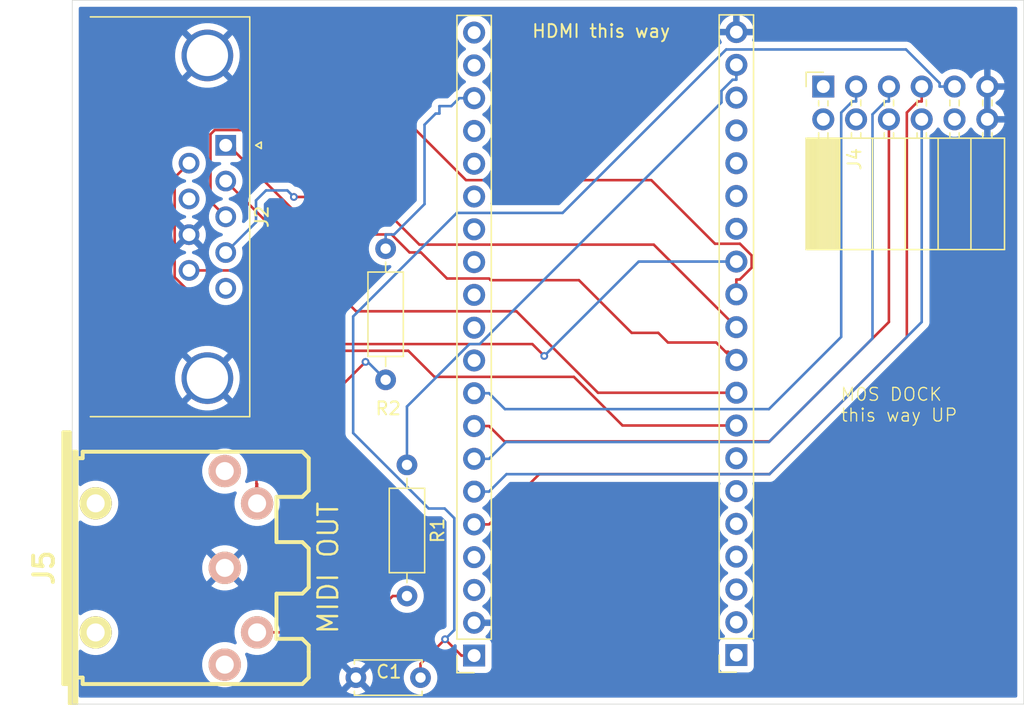
<source format=kicad_pcb>
(kicad_pcb (version 20241229) (generator "pcbnew") (generator_version "9.0")
  (layers (0 "F.Cu" signal) (2 "B.Cu" signal) (13 "F.Paste" user) (15 "B.Paste" user) (5 "F.SilkS" user "F.Silkscreen") (7 "B.SilkS" user "B.Silkscreen") (1 "F.Mask" user) (3 "B.Mask" user) (25 "Edge.Cuts" user))
  (net 0 "")
  (net 11 "+3V3")
  (net 28 "GND")
  (net 30 "Net-(J5-Pad4)")
  (net 32 "down")
  (net 33 "up")
  (net 34 "right")
  (net 35 "left")
  (net 36 "btn1")
  (net 37 "btn0")
  (net 38 "miso")
  (net 39 "mosi")
  (net 40 "csn")
  (net 41 "sck")
  (net 42 "irq")
  (net 43 "midi-out")
  (net 45 "+5V")
  (net 46 "Net-(J5-Pad5)")
  (footprint "Connector_PinSocket_2.54mm:PinSocket_1x20_P2.54mm_Vertical" (layer "F.Cu") (at 122.55 81.24 180)
    (property "Reference" "J3" (hide yes))
    (property "Value" "Conn_01x20_Socket" (hide yes))
    (fp_line (start 1.33 1.27) (end 1.33 49.59) (stroke (width 0.12)) (layer "F.SilkS"))
    (fp_line (start 1.33 -1.33) (end 1.33 0) (stroke (width 0.12)) (layer "F.SilkS"))
    (fp_line (start 0 -1.33) (end 1.33 -1.33) (stroke (width 0.12)) (layer "F.SilkS"))
    (fp_line (start -1.33 49.59) (end 1.33 49.59) (stroke (width 0.12)) (layer "F.SilkS"))
    (fp_line (start -1.33 1.27) (end 1.33 1.27) (stroke (width 0.12)) (layer "F.SilkS"))
    (fp_line (start -1.33 1.27) (end -1.33 49.59) (stroke (width 0.12)) (layer "F.SilkS"))
    (pad "1" thru_hole rect (at 0 0 180) (size 1.7 1.7) (drill 1) (layers "*.Cu" "*.Mask") (net 45 "+5V"))
    (pad "2" thru_hole oval (at 0 2.54 180) (size 1.7 1.7) (drill 1) (layers "*.Cu" "*.Mask") (net 28 "GND"))
    (pad "3" thru_hole oval (at 0 5.08 180) (size 1.7 1.7) (drill 1) (layers "*.Cu" "*.Mask"))
    (pad "4" thru_hole oval (at 0 7.62 180) (size 1.7 1.7) (drill 1) (layers "*.Cu" "*.Mask"))
    (pad "5" thru_hole oval (at 0 10.16 180) (size 1.7 1.7) (drill 1) (layers "*.Cu" "*.Mask") (net 38 "miso"))
    (pad "6" thru_hole oval (at 0 12.7 180) (size 1.7 1.7) (drill 1) (layers "*.Cu" "*.Mask") (net 39 "mosi"))
    (pad "7" thru_hole oval (at 0 15.24 180) (size 1.7 1.7) (drill 1) (layers "*.Cu" "*.Mask") (net 40 "csn"))
    (pad "8" thru_hole oval (at 0 17.78 180) (size 1.7 1.7) (drill 1) (layers "*.Cu" "*.Mask") (net 41 "sck"))
    (pad "9" thru_hole oval (at 0 20.32 180) (size 1.7 1.7) (drill 1) (layers "*.Cu" "*.Mask") (net 42 "irq"))
    (pad "10" thru_hole oval (at 0 22.86 180) (size 1.7 1.7) (drill 1) (layers "*.Cu" "*.Mask"))
    (pad "11" thru_hole oval (at 0 25.4 180) (size 1.7 1.7) (drill 1) (layers "*.Cu" "*.Mask"))
    (pad "12" thru_hole oval (at 0 27.94 180) (size 1.7 1.7) (drill 1) (layers "*.Cu" "*.Mask"))
    (pad "13" thru_hole oval (at 0 30.48 180) (size 1.7 1.7) (drill 1) (layers "*.Cu" "*.Mask"))
    (pad "14" thru_hole oval (at 0 33.02 180) (size 1.7 1.7) (drill 1) (layers "*.Cu" "*.Mask"))
    (pad "15" thru_hole oval (at 0 35.56 180) (size 1.7 1.7) (drill 1) (layers "*.Cu" "*.Mask"))
    (pad "16" thru_hole oval (at 0 38.1 180) (size 1.7 1.7) (drill 1) (layers "*.Cu" "*.Mask"))
    (pad "17" thru_hole oval (at 0 40.64 180) (size 1.7 1.7) (drill 1) (layers "*.Cu" "*.Mask"))
    (pad "18" thru_hole oval (at 0 43.18 180) (size 1.7 1.7) (drill 1) (layers "*.Cu" "*.Mask") (net 43 "midi-out"))
    (pad "19" thru_hole oval (at 0 45.72 180) (size 1.7 1.7) (drill 1) (layers "*.Cu" "*.Mask"))
    (pad "20" thru_hole oval (at 0 48.26 180) (size 1.7 1.7) (drill 1) (layers "*.Cu" "*.Mask"))
  )
  (footprint "Connector_PinSocket_2.54mm:PinSocket_1x20_P2.54mm_Vertical" (layer "F.Cu") (at 142.85 81.2 180)
    (property "Reference" "J1" (hide yes))
    (property "Value" "Conn_01x20_Socket" (hide yes))
    (fp_line (start 1.33 1.27) (end 1.33 49.59) (stroke (width 0.12)) (layer "F.SilkS"))
    (fp_line (start 1.33 -1.33) (end 1.33 0) (stroke (width 0.12)) (layer "F.SilkS"))
    (fp_line (start 0 -1.33) (end 1.33 -1.33) (stroke (width 0.12)) (layer "F.SilkS"))
    (fp_line (start -1.33 49.59) (end 1.33 49.59) (stroke (width 0.12)) (layer "F.SilkS"))
    (fp_line (start -1.33 1.27) (end 1.33 1.27) (stroke (width 0.12)) (layer "F.SilkS"))
    (fp_line (start -1.33 1.27) (end -1.33 49.59) (stroke (width 0.12)) (layer "F.SilkS"))
    (pad "1" thru_hole rect (at 0 0 180) (size 1.7 1.7) (drill 1) (layers "*.Cu" "*.Mask"))
    (pad "2" thru_hole oval (at 0 2.54 180) (size 1.7 1.7) (drill 1) (layers "*.Cu" "*.Mask"))
    (pad "3" thru_hole oval (at 0 5.08 180) (size 1.7 1.7) (drill 1) (layers "*.Cu" "*.Mask"))
    (pad "4" thru_hole oval (at 0 7.62 180) (size 1.7 1.7) (drill 1) (layers "*.Cu" "*.Mask"))
    (pad "5" thru_hole oval (at 0 10.16 180) (size 1.7 1.7) (drill 1) (layers "*.Cu" "*.Mask"))
    (pad "6" thru_hole oval (at 0 12.7 180) (size 1.7 1.7) (drill 1) (layers "*.Cu" "*.Mask"))
    (pad "7" thru_hole oval (at 0 15.24 180) (size 1.7 1.7) (drill 1) (layers "*.Cu" "*.Mask"))
    (pad "8" thru_hole oval (at 0 17.78 180) (size 1.7 1.7) (drill 1) (layers "*.Cu" "*.Mask") (net 37 "btn0"))
    (pad "9" thru_hole oval (at 0 20.32 180) (size 1.7 1.7) (drill 1) (layers "*.Cu" "*.Mask") (net 32 "down"))
    (pad "10" thru_hole oval (at 0 22.86 180) (size 1.7 1.7) (drill 1) (layers "*.Cu" "*.Mask") (net 33 "up"))
    (pad "11" thru_hole oval (at 0 25.4 180) (size 1.7 1.7) (drill 1) (layers "*.Cu" "*.Mask") (net 34 "right"))
    (pad "12" thru_hole oval (at 0 27.94 180) (size 1.7 1.7) (drill 1) (layers "*.Cu" "*.Mask") (net 35 "left"))
    (pad "13" thru_hole oval (at 0 30.48 180) (size 1.7 1.7) (drill 1) (layers "*.Cu" "*.Mask") (net 36 "btn1"))
    (pad "14" thru_hole oval (at 0 33.02 180) (size 1.7 1.7) (drill 1) (layers "*.Cu" "*.Mask"))
    (pad "15" thru_hole oval (at 0 35.56 180) (size 1.7 1.7) (drill 1) (layers "*.Cu" "*.Mask"))
    (pad "16" thru_hole oval (at 0 38.1 180) (size 1.7 1.7) (drill 1) (layers "*.Cu" "*.Mask"))
    (pad "17" thru_hole oval (at 0 40.64 180) (size 1.7 1.7) (drill 1) (layers "*.Cu" "*.Mask"))
    (pad "18" thru_hole oval (at 0 43.18 180) (size 1.7 1.7) (drill 1) (layers "*.Cu" "*.Mask"))
    (pad "19" thru_hole oval (at 0 45.72 180) (size 1.7 1.7) (drill 1) (layers "*.Cu" "*.Mask") (net 11 "+3V3"))
    (pad "20" thru_hole oval (at 0 48.26 180) (size 1.7 1.7) (drill 1) (layers "*.Cu" "*.Mask") (net 28 "GND"))
  )
  (footprint "Connector_Dsub:DSUB-9_Male_Horizontal_P2.77x2.84mm_EdgePinOffset7.70mm_Housed_MountingHolesOffset9.12mm" (layer "F.Cu") (at 103.32 41.71 -90)
    (property "Reference" "J2" (at 5.54 -2.8 90) (layer "F.SilkS"))
    (property "Value" "Joy")
    (fp_line (start -9.945 10.48) (end -9.945 -1.86) (stroke (width 0.12)) (layer "F.SilkS"))
    (fp_line (start -9.945 -1.86) (end 21.025 -1.86) (stroke (width 0.12)) (layer "F.SilkS"))
    (fp_line (start 21.025 -1.86) (end 21.025 10.48) (stroke (width 0.12)) (layer "F.SilkS"))
    (fp_line (start 0 -2.321325) (end -0.25 -2.754338) (stroke (width 0.12)) (layer "F.SilkS"))
    (fp_line (start -0.25 -2.754338) (end 0.25 -2.754338) (stroke (width 0.12)) (layer "F.SilkS"))
    (fp_line (start 0.25 -2.754338) (end 0 -2.321325) (stroke (width 0.12)) (layer "F.SilkS"))
    (pad "0" thru_hole circle (at -6.96 1.42 270) (size 4 4) (drill 3.2) (layers "*.Cu" "*.Mask") (net 28 "GND"))
    (pad "0" thru_hole circle (at 18.04 1.42 270) (size 4 4) (drill 3.2) (layers "*.Cu" "*.Mask") (net 28 "GND"))
    (pad "1" thru_hole rect (at 0 0 270) (size 1.6 1.6) (drill 1) (layers "*.Cu" "*.Mask") (net 33 "up"))
    (pad "2" thru_hole circle (at 2.77 0 270) (size 1.6 1.6) (drill 1) (layers "*.Cu" "*.Mask") (net 32 "down"))
    (pad "3" thru_hole circle (at 5.54 0 270) (size 1.6 1.6) (drill 1) (layers "*.Cu" "*.Mask") (net 35 "left"))
    (pad "4" thru_hole circle (at 8.31 0 270) (size 1.6 1.6) (drill 1) (layers "*.Cu" "*.Mask") (net 34 "right"))
    (pad "5" thru_hole circle (at 11.08 0 270) (size 1.6 1.6) (drill 1) (layers "*.Cu" "*.Mask"))
    (pad "6" thru_hole circle (at 1.385 2.84 270) (size 1.6 1.6) (drill 1) (layers "*.Cu" "*.Mask") (net 37 "btn0"))
    (pad "7" thru_hole circle (at 4.155 2.84 270) (size 1.6 1.6) (drill 1) (layers "*.Cu" "*.Mask"))
    (pad "8" thru_hole circle (at 6.925 2.84 270) (size 1.6 1.6) (drill 1) (layers "*.Cu" "*.Mask") (net 28 "GND"))
    (pad "9" thru_hole circle (at 9.695 2.84 270) (size 1.6 1.6) (drill 1) (layers "*.Cu" "*.Mask") (net 36 "btn1"))
  )
  (footprint "Capacitor_THT:C_Disc_D5.0mm_W2.5mm_P5.00mm" (layer "F.Cu") (at 118.4 82.95 180)
    (property "Reference" "C1" (at 2.45 0.45 0) (layer "F.SilkS"))
    (property "Value" "100n")
    (fp_line (start 5.12 1.055) (end 5.12 1.37) (stroke (width 0.12)) (layer "F.SilkS"))
    (fp_line (start 5.12 -1.37) (end 5.12 -1.055) (stroke (width 0.12)) (layer "F.SilkS"))
    (fp_line (start -0.12 1.37) (end 5.12 1.37) (stroke (width 0.12)) (layer "F.SilkS"))
    (fp_line (start -0.12 1.055) (end -0.12 1.37) (stroke (width 0.12)) (layer "F.SilkS"))
    (fp_line (start -0.12 -1.37) (end 5.12 -1.37) (stroke (width 0.12)) (layer "F.SilkS"))
    (fp_line (start -0.12 -1.37) (end -0.12 -1.055) (stroke (width 0.12)) (layer "F.SilkS"))
    (pad "1" thru_hole circle (at 0 0 180) (size 1.6 1.6) (drill 0.8) (layers "*.Cu" "*.Mask") (net 45 "+5V"))
    (pad "2" thru_hole circle (at 5 0 180) (size 1.6 1.6) (drill 0.8) (layers "*.Cu" "*.Mask") (net 28 "GND"))
  )
  (footprint "Resistor_THT:R_Axial_DIN0207_L6.3mm_D2.5mm_P10.16mm_Horizontal" (layer "F.Cu") (at 117.35 66.47 -90)
    (property "Reference" "R1" (at 5.08 -2.37 90) (layer "F.SilkS"))
    (property "Value" "100")
    (fp_line (start 1.81 1.37) (end 8.35 1.37) (stroke (width 0.12)) (layer "F.SilkS"))
    (fp_line (start 8.35 1.37) (end 8.35 -1.37) (stroke (width 0.12)) (layer "F.SilkS"))
    (fp_line (start 1.04 0) (end 1.81 0) (stroke (width 0.12)) (layer "F.SilkS"))
    (fp_line (start 9.12 0) (end 8.35 0) (stroke (width 0.12)) (layer "F.SilkS"))
    (fp_line (start 1.81 -1.37) (end 1.81 1.37) (stroke (width 0.12)) (layer "F.SilkS"))
    (fp_line (start 8.35 -1.37) (end 1.81 -1.37) (stroke (width 0.12)) (layer "F.SilkS"))
    (pad "1" thru_hole circle (at 0 0 270) (size 1.6 1.6) (drill 0.8) (layers "*.Cu" "*.Mask") (net 11 "+3V3"))
    (pad "2" thru_hole oval (at 10.16 0 270) (size 1.6 1.6) (drill 0.8) (layers "*.Cu" "*.Mask") (net 30 "Net-(J5-Pad4)"))
  )
  (footprint "Eurocad:MIDI_DIN5" (layer "F.Cu") (at 100.2477 74.4487 -90)
    (property "Reference" "J5" (at 0 11.00074 90) (layer "F.SilkS") (effects (font (size 1.524 1.524) (thickness 0.3048))))
    (property "Value" "MIDI OUT" (at 0 -11.00074 90) (layer "F.SilkS") (effects (font (size 1.524 1.524) (thickness 0.1905))))
    (fp_line (start -10.50036 9.4996) (end -10.50036 8.99922) (stroke (width 0.3048)) (layer "F.SilkS"))
    (fp_line (start 8.99922 9.4996) (end -10.50036 9.4996) (stroke (width 0.3048)) (layer "F.SilkS"))
    (fp_line (start -10.50036 9.25068) (end 8.99922 9.25068) (stroke (width 0.3048)) (layer "F.SilkS"))
    (fp_line (start -10.50036 8.99922) (end -8.99922 8.99922) (stroke (width 0.3048)) (layer "F.SilkS"))
    (fp_line (start -8.99922 8.99922) (end -8.99922 8.49884) (stroke (width 0.3048)) (layer "F.SilkS"))
    (fp_line (start 8.99922 8.99922) (end 8.99922 9.4996) (stroke (width 0.3048)) (layer "F.SilkS"))
    (fp_line (start 8.99922 8.99922) (end -8.99922 8.99922) (stroke (width 0.3048)) (layer "F.SilkS"))
    (fp_line (start 10.50036 8.99922) (end 8.99922 8.99922) (stroke (width 0.3048)) (layer "F.SilkS"))
    (fp_line (start -8.99922 8.7503) (end 10.50036 8.7503) (stroke (width 0.3048)) (layer "F.SilkS"))
    (fp_line (start -8.99922 8.49884) (end 10.50036 8.49884) (stroke (width 0.3048)) (layer "F.SilkS"))
    (fp_line (start 8.49884 8.49884) (end 8.49884 8.001) (stroke (width 0.3048)) (layer "F.SilkS"))
    (fp_line (start 10.50036 8.49884) (end 10.50036 8.99922) (stroke (width 0.3048)) (layer "F.SilkS"))
    (fp_line (start -8.99922 8.001) (end -8.49884 8.001) (stroke (width 0.3048)) (layer "F.SilkS"))
    (fp_line (start -8.49884 8.001) (end -8.49884 8.49884) (stroke (width 0.3048)) (layer "F.SilkS"))
    (fp_line (start 8.99922 8.001) (end 8.49884 8.001) (stroke (width 0.3048)) (layer "F.SilkS"))
    (fp_line (start -5.4991 -7.00024) (end -1.99898 -7.00024) (stroke (width 0.3048)) (layer "F.SilkS"))
    (fp_line (start 5.4991 -7.00024) (end 1.99898 -7.00024) (stroke (width 0.3048)) (layer "F.SilkS"))
    (fp_line (start -8.99922 -8.99922) (end -8.99922 8.001) (stroke (width 0.3048)) (layer "F.SilkS"))
    (fp_line (start -8.99922 -8.99922) (end -8.49884 -9.4996) (stroke (width 0.3048)) (layer "F.SilkS"))
    (fp_line (start -5.4991 -8.99922) (end -5.4991 -7.00024) (stroke (width 0.3048)) (layer "F.SilkS"))
    (fp_line (start -1.99898 -8.99922) (end -1.99898 -7.00024) (stroke (width 0.3048)) (layer "F.SilkS"))
    (fp_line (start 1.99898 -8.99922) (end 1.99898 -7.00024) (stroke (width 0.3048)) (layer "F.SilkS"))
    (fp_line (start 5.4991 -8.99922) (end 5.4991 -7.00024) (stroke (width 0.3048)) (layer "F.SilkS"))
    (fp_line (start 8.99922 -8.99922) (end 8.99922 8.001) (stroke (width 0.3048)) (layer "F.SilkS"))
    (fp_line (start 8.99922 -8.99922) (end 8.49884 -9.4996) (stroke (width 0.3048)) (layer "F.SilkS"))
    (fp_line (start -8.49884 -9.4996) (end -5.99948 -9.4996) (stroke (width 0.3048)) (layer "F.SilkS"))
    (fp_line (start -5.99948 -9.4996) (end -5.4991 -8.99922) (stroke (width 0.3048)) (layer "F.SilkS"))
    (fp_line (start -1.50114 -9.4996) (end -1.99898 -8.99922) (stroke (width 0.3048)) (layer "F.SilkS"))
    (fp_line (start -1.50114 -9.4996) (end 1.50114 -9.4996) (stroke (width 0.3048)) (layer "F.SilkS"))
    (fp_line (start 1.50114 -9.4996) (end 1.99898 -8.99922) (stroke (width 0.3048)) (layer "F.SilkS"))
    (fp_line (start 5.99948 -9.4996) (end 5.4991 -8.99922) (stroke (width 0.3048)) (layer "F.SilkS"))
    (fp_line (start 6.49986 -9.4996) (end 5.99948 -9.4996) (stroke (width 0.3048)) (layer "F.SilkS"))
    (fp_line (start 8.49884 -9.4996) (end 6.49986 -9.4996) (stroke (width 0.3048)) (layer "F.SilkS"))
    (pad "" np_thru_hole circle (at -5.00126 6.9977 270) (size 2.49936 2.49936) (drill 1.397) (layers "*.Cu" "*.Mask" "F.SilkS"))
    (pad "" np_thru_hole circle (at 5.00126 6.9977 270) (size 2.49936 2.49936) (drill 1.397) (layers "*.Cu" "*.Mask" "F.SilkS"))
    (pad "1" thru_hole circle (at 7.49808 -2.9972 270) (size 2.49936 2.49936) (drill 1.397) (layers "*.Cu" "*.SilkS" "*.Mask"))
    (pad "2" thru_hole circle (at 0 -2.99974 270) (size 2.49936 2.49936) (drill 1.397) (layers "*.Cu" "*.SilkS" "*.Mask") (net 28 "GND"))
    (pad "3" thru_hole circle (at -7.49808 -2.9972 270) (size 2.49936 2.49936) (drill 1.397) (layers "*.Cu" "*.SilkS" "*.Mask"))
    (pad "4" thru_hole circle (at 4.99618 -5.4991 270) (size 2.49936 2.49936) (drill 1.397) (layers "*.Cu" "*.SilkS" "*.Mask") (net 30 "Net-(J5-Pad4)"))
    (pad "5" thru_hole circle (at -4.99618 -5.4991 270) (size 2.49936 2.49936) (drill 1.397) (layers "*.Cu" "*.SilkS" "*.Mask") (net 46 "Net-(J5-Pad5)"))
  )
  (footprint "Resistor_THT:R_Axial_DIN0207_L6.3mm_D2.5mm_P10.16mm_Horizontal" (layer "F.Cu") (at 115.7 59.88 90)
    (property "Reference" "R2" (at -2.22 0.2 180) (layer "F.SilkS"))
    (property "Value" "100")
    (fp_line (start 8.35 -1.37) (end 1.81 -1.37) (stroke (width 0.12)) (layer "F.SilkS"))
    (fp_line (start 1.81 -1.37) (end 1.81 1.37) (stroke (width 0.12)) (layer "F.SilkS"))
    (fp_line (start 9.12 0) (end 8.35 0) (stroke (width 0.12)) (layer "F.SilkS"))
    (fp_line (start 1.04 0) (end 1.81 0) (stroke (width 0.12)) (layer "F.SilkS"))
    (fp_line (start 8.35 1.37) (end 8.35 -1.37) (stroke (width 0.12)) (layer "F.SilkS"))
    (fp_line (start 1.81 1.37) (end 8.35 1.37) (stroke (width 0.12)) (layer "F.SilkS"))
    (pad "1" thru_hole circle (at 0 0 90) (size 1.6 1.6) (drill 0.8) (layers "*.Cu" "*.Mask") (net 46 "Net-(J5-Pad5)"))
    (pad "2" thru_hole oval (at 10.16 0 90) (size 1.6 1.6) (drill 0.8) (layers "*.Cu" "*.Mask") (net 43 "midi-out"))
  )
  (footprint "Connector_PinSocket_2.54mm:PinSocket_2x06_P2.54mm_Horizontal" (layer "F.Cu") (at 149.58 37.16 90)
    (property "Reference" "J4" (at -5.625 2.42 90) (layer "F.SilkS"))
    (property "Value" "M0S")
    (fp_line (start 1.11 -1.33) (end 1.11 0) (stroke (width 0.12)) (layer "F.SilkS"))
    (fp_line (start 0 -1.33) (end 1.11 -1.33) (stroke (width 0.12)) (layer "F.SilkS"))
    (fp_line (start -4 -1.33) (end -4 14.03) (stroke (width 0.12)) (layer "F.SilkS"))
    (fp_line (start -12.63 -1.33) (end -4 -1.33) (stroke (width 0.12)) (layer "F.SilkS"))
    (fp_line (start -12.63 -1.33) (end -12.63 14.03) (stroke (width 0.12)) (layer "F.SilkS"))
    (fp_line (start -12.63 -1.21) (end -4 -1.21) (stroke (width 0.12)) (layer "F.SilkS"))
    (fp_line (start -12.63 -1.091905) (end -4 -1.091905) (stroke (width 0.12)) (layer "F.SilkS"))
    (fp_line (start -12.63 -0.97381) (end -4 -0.97381) (stroke (width 0.12)) (layer "F.SilkS"))
    (fp_line (start -12.63 -0.855715) (end -4 -0.855715) (stroke (width 0.12)) (layer "F.SilkS"))
    (fp_line (start -12.63 -0.73762) (end -4 -0.73762) (stroke (width 0.12)) (layer "F.SilkS"))
    (fp_line (start -12.63 -0.619525) (end -4 -0.619525) (stroke (width 0.12)) (layer "F.SilkS"))
    (fp_line (start -12.63 -0.50143) (end -4 -0.50143) (stroke (width 0.12)) (layer "F.SilkS"))
    (fp_line (start -12.63 -0.383335) (end -4 -0.383335) (stroke (width 0.12)) (layer "F.SilkS"))
    (fp_line (start -1.49 -0.36) (end -1.11 -0.36) (stroke (width 0.12)) (layer "F.SilkS"))
    (fp_line (start -4 -0.36) (end -3.59 -0.36) (stroke (width 0.12)) (layer "F.SilkS"))
    (fp_line (start -12.63 -0.26524) (end -4 -0.26524) (stroke (width 0.12)) (layer "F.SilkS"))
    (fp_line (start -12.63 -0.147145) (end -4 -0.147145) (stroke (width 0.12)) (layer "F.SilkS"))
    (fp_line (start -12.63 -0.02905) (end -4 -0.02905) (stroke (width 0.12)) (layer "F.SilkS"))
    (fp_line (start -12.63 0.089045) (end -4 0.089045) (stroke (width 0.12)) (layer "F.SilkS"))
    (fp_line (start -12.63 0.20714) (end -4 0.20714) (stroke (width 0.12)) (layer "F.SilkS"))
    (fp_line (start -12.63 0.325235) (end -4 0.325235) (stroke (width 0.12)) (layer "F.SilkS"))
    (fp_line (start -1.49 0.36) (end -1.11 0.36) (stroke (width 0.12)) (layer "F.SilkS"))
    (fp_line (start -4 0.36) (end -3.59 0.36) (stroke (width 0.12)) (layer "F.SilkS"))
    (fp_line (start -12.63 0.44333) (end -4 0.44333) (stroke (width 0.12)) (layer "F.SilkS"))
    (fp_line (start -12.63 0.561425) (end -4 0.561425) (stroke (width 0.12)) (layer "F.SilkS"))
    (fp_line (start -12.63 0.67952) (end -4 0.67952) (stroke (width 0.12)) (layer "F.SilkS"))
    (fp_line (start -12.63 0.797615) (end -4 0.797615) (stroke (width 0.12)) (layer "F.SilkS"))
    (fp_line (start -12.63 0.91571) (end -4 0.91571) (stroke (width 0.12)) (layer "F.SilkS"))
    (fp_line (start -12.63 1.033805) (end -4 1.033805) (stroke (width 0.12)) (layer "F.SilkS"))
    (fp_line (start -12.63 1.1519) (end -4 1.1519) (stroke (width 0.12)) (layer "F.SilkS"))
    (fp_line (start -12.63 1.27) (end -4 1.27) (stroke (width 0.12)) (layer "F.SilkS"))
    (fp_line (start -1.49 2.18) (end -1.05 2.18) (stroke (width 0.12)) (layer "F.SilkS"))
    (fp_line (start -4 2.18) (end -3.59 2.18) (stroke (width 0.12)) (layer "F.SilkS"))
    (fp_line (start -1.49 2.9) (end -1.05 2.9) (stroke (width 0.12)) (layer "F.SilkS"))
    (fp_line (start -4 2.9) (end -3.59 2.9) (stroke (width 0.12)) (layer "F.SilkS"))
    (fp_line (start -12.63 3.81) (end -4 3.81) (stroke (width 0.12)) (layer "F.SilkS"))
    (fp_line (start -1.49 4.72) (end -1.05 4.72) (stroke (width 0.12)) (layer "F.SilkS"))
    (fp_line (start -4 4.72) (end -3.59 4.72) (stroke (width 0.12)) (layer "F.SilkS"))
    (fp_line (start -1.49 5.44) (end -1.05 5.44) (stroke (width 0.12)) (layer "F.SilkS"))
    (fp_line (start -4 5.44) (end -3.59 5.44) (stroke (width 0.12)) (layer "F.SilkS"))
    (fp_line (start -12.63 6.35) (end -4 6.35) (stroke (width 0.12)) (layer "F.SilkS"))
    (fp_line (start -1.49 7.26) (end -1.05 7.26) (stroke (width 0.12)) (layer "F.SilkS"))
    (fp_line (start -4 7.26) (end -3.59 7.26) (stroke (width 0.12)) (layer "F.SilkS"))
    (fp_line (start -1.49 7.98) (end -1.05 7.98) (stroke (width 0.12)) (layer "F.SilkS"))
    (fp_line (start -4 7.98) (end -3.59 7.98) (stroke (width 0.12)) (layer "F.SilkS"))
    (fp_line (start -12.63 8.89) (end -4 8.89) (stroke (width 0.12)) (layer "F.SilkS"))
    (fp_line (start -1.49 9.8) (end -1.05 9.8) (stroke (width 0.12)) (layer "F.SilkS"))
    (fp_line (start -4 9.8) (end -3.59 9.8) (stroke (width 0.12)) (layer "F.SilkS"))
    (fp_line (start -1.49 10.52) (end -1.05 10.52) (stroke (width 0.12)) (layer "F.SilkS"))
    (fp_line (start -4 10.52) (end -3.59 10.52) (stroke (width 0.12)) (layer "F.SilkS"))
    (fp_line (start -12.63 11.43) (end -4 11.43) (stroke (width 0.12)) (layer "F.SilkS"))
    (fp_line (start -1.49 12.34) (end -1.05 12.34) (stroke (width 0.12)) (layer "F.SilkS"))
    (fp_line (start -4 12.34) (end -3.59 12.34) (stroke (width 0.12)) (layer "F.SilkS"))
    (fp_line (start -1.49 13.06) (end -1.05 13.06) (stroke (width 0.12)) (layer "F.SilkS"))
    (fp_line (start -4 13.06) (end -3.59 13.06) (stroke (width 0.12)) (layer "F.SilkS"))
    (fp_line (start -12.63 14.03) (end -4 14.03) (stroke (width 0.12)) (layer "F.SilkS"))
    (pad "1" thru_hole rect (at 0 0 90) (size 1.7 1.7) (drill 1) (layers "*.Cu" "*.Mask"))
    (pad "2" thru_hole oval (at -2.54 0 90) (size 1.7 1.7) (drill 1) (layers "*.Cu" "*.Mask"))
    (pad "3" thru_hole oval (at 0 2.54 90) (size 1.7 1.7) (drill 1) (layers "*.Cu" "*.Mask") (net 42 "irq"))
    (pad "4" thru_hole oval (at -2.54 2.54 90) (size 1.7 1.7) (drill 1) (layers "*.Cu" "*.Mask"))
    (pad "5" thru_hole oval (at 0 5.08 90) (size 1.7 1.7) (drill 1) (layers "*.Cu" "*.Mask") (net 40 "csn"))
    (pad "6" thru_hole oval (at -2.54 5.08 90) (size 1.7 1.7) (drill 1) (layers "*.Cu" "*.Mask") (net 41 "sck"))
    (pad "7" thru_hole oval (at 0 7.62 90) (size 1.7 1.7) (drill 1) (layers "*.Cu" "*.Mask") (net 38 "miso"))
    (pad "8" thru_hole oval (at -2.54 7.62 90) (size 1.7 1.7) (drill 1) (layers "*.Cu" "*.Mask") (net 39 "mosi"))
    (pad "9" thru_hole oval (at 0 10.16 90) (size 1.7 1.7) (drill 1) (layers "*.Cu" "*.Mask") (net 45 "+5V"))
    (pad "10" thru_hole oval (at -2.54 10.16 90) (size 1.7 1.7) (drill 1) (layers "*.Cu" "*.Mask"))
    (pad "11" thru_hole oval (at 0 12.7 90) (size 1.7 1.7) (drill 1) (layers "*.Cu" "*.Mask") (net 28 "GND"))
    (pad "12" thru_hole oval (at -2.54 12.7 90) (size 1.7 1.7) (drill 1) (layers "*.Cu" "*.Mask") (net 28 "GND"))
  )
  (gr_rect (start 91.44 30.48) (end 165.1 85) (stroke (width 0.05)) (fill no) (layer "Edge.Cuts"))
  (gr_text "M0S DOCK\nthis way UP" (at 150.85 63.2 0) (layer "F.SilkS") (effects (font (size 1 1) (thickness 0.1)) (justify left bottom)))
  (gr_text "HDMI this way" (at 126.95 33.45 0) (layer "F.SilkS") (effects (font (size 1 1)) (justify left bottom)))
  (segment (start 141.698 37.4954) (end 141.698 38.3902) (width 0.2) (layer "B.Cu") (net 11))
  (segment (start 142.85 36.6317) (end 142.562 36.6317) (width 0.2) (layer "B.Cu") (net 11))
  (segment (start 142.85 35.48) (end 142.85 36.6317) (width 0.2) (layer "B.Cu") (net 11))
  (segment (start 142.562 36.6317) (end 141.698 37.4954) (width 0.2) (layer "B.Cu") (net 11))
  (segment (start 122.189 57.11) (end 117.35 61.9492) (width 0.2) (layer "B.Cu") (net 11))
  (segment (start 141.698 38.3902) (end 122.978 57.11) (width 0.2) (layer "B.Cu") (net 11))
  (segment (start 122.978 57.11) (end 122.189 57.11) (width 0.2) (layer "B.Cu") (net 11))
  (segment (start 117.35 61.9492) (end 117.35 66.47) (width 0.2) (layer "B.Cu") (net 11))
  (segment (start 113.433 79.4449) (end 105.747 79.4449) (width 0.2) (layer "F.Cu") (net 30))
  (segment (start 117.35 76.63) (end 116.248 76.63) (width 0.2) (layer "F.Cu") (net 30))
  (segment (start 116.248 76.63) (end 113.433 79.4449) (width 0.2) (layer "F.Cu") (net 30))
  (segment (start 103.32 44.48) (end 113.41 54.57) (width 0.2) (layer "F.Cu") (net 32))
  (segment (start 132.136 60.88) (end 142.85 60.88) (width 0.2) (layer "F.Cu") (net 32))
  (segment (start 125.826 54.57) (end 132.136 60.88) (width 0.2) (layer "F.Cu") (net 32))
  (segment (start 113.41 54.57) (end 125.826 54.57) (width 0.2) (layer "F.Cu") (net 32))
  (segment (start 123.7 52.03) (end 123.831 52.1603) (width 0.2) (layer "F.Cu") (net 33))
  (segment (start 137.556 56.9904) (end 141.293 56.9904) (width 0.2) (layer "F.Cu") (net 33))
  (segment (start 123.831 52.1603) (end 130.664 52.1603) (width 0.2) (layer "F.Cu") (net 33))
  (segment (start 114.241 48.6196) (end 114.243 48.6181) (width 0.2) (layer "F.Cu") (net 33))
  (segment (start 103.922 41.81) (end 104.022 41.91) (width 0.2) (layer "F.Cu") (net 33))
  (segment (start 110.479 48.6196) (end 114.241 48.6196) (width 0.2) (layer "F.Cu") (net 33))
  (segment (start 130.664 52.1603) (end 134.744 56.2404) (width 0.2) (layer "F.Cu") (net 33))
  (segment (start 114.243 48.6181) (end 116.156 48.6181) (width 0.2) (layer "F.Cu") (net 33))
  (segment (start 118.428 50.0102) (end 120.448 52.03) (width 0.2) (layer "F.Cu") (net 33))
  (segment (start 116.156 48.6181) (end 117.549 50.0102) (width 0.2) (layer "F.Cu") (net 33))
  (segment (start 110.461 48.6374) (end 110.479 48.6196) (width 0.2) (layer "F.Cu") (net 33))
  (segment (start 110.461 48.6375) (end 110.461 48.6374) (width 0.2) (layer "F.Cu") (net 33))
  (segment (start 117.549 50.0102) (end 118.428 50.0102) (width 0.2) (layer "F.Cu") (net 33))
  (segment (start 104.022 42.198) (end 110.461 48.6375) (width 0.2) (layer "F.Cu") (net 33))
  (segment (start 142.215 57.7052) (end 142.85 58.34) (width 0.2) (layer "F.Cu") (net 33))
  (segment (start 134.744 56.2404) (end 136.806 56.2404) (width 0.2) (layer "F.Cu") (net 33))
  (segment (start 136.806 56.2404) (end 137.556 56.9904) (width 0.2) (layer "F.Cu") (net 33))
  (segment (start 142.008 57.7052) (end 142.215 57.7052) (width 0.2) (layer "F.Cu") (net 33))
  (segment (start 120.448 52.03) (end 123.7 52.03) (width 0.2) (layer "F.Cu") (net 33))
  (segment (start 104.022 41.91) (end 104.022 42.198) (width 0.2) (layer "F.Cu") (net 33))
  (segment (start 142.008 57.7052) (end 142.723 58.42) (width 0.2) (layer "F.Cu") (net 33))
  (segment (start 141.293 56.9904) (end 142.008 57.7052) (width 0.2) (layer "F.Cu") (net 33))
  (segment (start 118.314 49.4069) (end 136.456 49.4069) (width 0.2) (layer "F.Cu") (net 34))
  (segment (start 114.621 45.7133) (end 118.314 49.4069) (width 0.2) (layer "F.Cu") (net 34))
  (segment (start 108.595 45.7133) (end 114.621 45.7133) (width 0.2) (layer "F.Cu") (net 34))
  (segment (start 136.456 49.4069) (end 142.85 55.8) (width 0.2) (layer "F.Cu") (net 34))
  (via (at 108.595 45.7133) (size 0.6) (drill 0.3) (layers "F.Cu" "B.Cu") (net 34))
  (segment (start 103.32 50.02) (end 105.664 47.6763) (width 0.2) (layer "B.Cu") (net 34))
  (segment (start 105.664 45.9823) (end 106.439 45.2071) (width 0.2) (layer "B.Cu") (net 34))
  (segment (start 105.664 47.6763) (end 105.664 45.9823) (width 0.2) (layer "B.Cu") (net 34))
  (segment (start 106.439 45.2071) (end 108.089 45.2071) (width 0.2) (layer "B.Cu") (net 34))
  (segment (start 108.089 45.2071) (end 108.595 45.7133) (width 0.2) (layer "B.Cu") (net 34))
  (segment (start 102.4666 40.5298) (end 118.0398 40.5298) (width 0.2) (layer "F.Cu") (net 35))
  (segment (start 144.0317 51.1951) (end 143.1185 52.1083) (width 0.2) (layer "F.Cu") (net 35))
  (segment (start 121.92 44.41) (end 136.2663 44.41) (width 0.2) (layer "F.Cu") (net 35))
  (segment (start 103.32 47.25) (end 102.1398 46.0698) (width 0.2) (layer "F.Cu") (net 35))
  (segment (start 102.1398 40.8566) (end 102.4666 40.5298) (width 0.2) (layer "F.Cu") (net 35))
  (segment (start 143.1185 52.1083) (end 142.85 52.1083) (width 0.2) (layer "F.Cu") (net 35))
  (segment (start 142.85 53.26) (end 142.85 52.1083) (width 0.2) (layer "F.Cu") (net 35))
  (segment (start 144.0317 50.2404) (end 144.0317 51.1951) (width 0.2) (layer "F.Cu") (net 35))
  (segment (start 141.1948 49.3385) (end 143.1298 49.3385) (width 0.2) (layer "F.Cu") (net 35))
  (segment (start 136.2663 44.41) (end 141.1948 49.3385) (width 0.2) (layer "F.Cu") (net 35))
  (segment (start 143.1298 49.3385) (end 144.0317 50.2404) (width 0.2) (layer "F.Cu") (net 35))
  (segment (start 118.0398 40.5298) (end 121.92 44.41) (width 0.2) (layer "F.Cu") (net 35))
  (segment (start 102.1398 46.0698) (end 102.1398 40.8566) (width 0.2) (layer "F.Cu") (net 35))
  (segment (start 127.978 58.0316) (end 127.057 57.11) (width 0.2) (layer "F.Cu") (net 36))
  (segment (start 105.197 51.405) (end 100.48 51.405) (width 0.2) (layer "F.Cu") (net 36))
  (segment (start 127.057 57.11) (end 110.902 57.11) (width 0.2) (layer "F.Cu") (net 36))
  (segment (start 110.902 57.11) (end 105.197 51.405) (width 0.2) (layer "F.Cu") (net 36))
  (via (at 127.978 58.0316) (size 0.6) (drill 0.3) (layers "F.Cu" "B.Cu") (net 36))
  (segment (start 135.29 50.72) (end 127.978 58.0316) (width 0.2) (layer "B.Cu") (net 36))
  (segment (start 142.85 50.72) (end 135.29 50.72) (width 0.2) (layer "B.Cu") (net 36))
  (segment (start 134.04 63.42) (end 142.85 63.42) (width 0.2) (layer "F.Cu") (net 37))
  (segment (start 119.476 59.65) (end 130.27 59.65) (width 0.2) (layer "F.Cu") (net 37))
  (segment (start 117.456 57.6302) (end 119.476 59.65) (width 0.2) (layer "F.Cu") (net 37))
  (segment (start 99.366 44.209) (end 99.366 51.9291) (width 0.2) (layer "F.Cu") (net 37))
  (segment (start 100.48 43.095) (end 99.366 44.209) (width 0.2) (layer "F.Cu") (net 37))
  (segment (start 105.067 57.6302) (end 117.456 57.6302) (width 0.2) (layer "F.Cu") (net 37))
  (segment (start 99.366 51.9291) (end 105.067 57.6302) (width 0.2) (layer "F.Cu") (net 37))
  (segment (start 130.27 59.65) (end 134.04 63.42) (width 0.2) (layer "F.Cu") (net 37))
  (segment (start 156.912 38.3119) (end 156.048 39.1757) (width 0.2) (layer "F.Cu") (net 38))
  (segment (start 127.592 67.19) (end 123.702 71.08) (width 0.2) (layer "F.Cu") (net 38))
  (segment (start 157.2 38.3119) (end 156.912 38.3119) (width 0.2) (layer "F.Cu") (net 38))
  (segment (start 157.2 37.16) (end 157.2 38.3119) (width 0.2) (layer "F.Cu") (net 38))
  (segment (start 123.702 71.08) (end 122.55 71.08) (width 0.2) (layer "F.Cu") (net 38))
  (segment (start 156.048 39.1757) (end 156.048 56.5539) (width 0.2) (layer "F.Cu") (net 38))
  (segment (start 145.412 67.19) (end 127.592 67.19) (width 0.2) (layer "F.Cu") (net 38))
  (segment (start 156.048 56.5539) (end 145.412 67.19) (width 0.2) (layer "F.Cu") (net 38))
  (segment (start 145.412 67.19) (end 125.052 67.19) (width 0.2) (layer "B.Cu") (net 39))
  (segment (start 125.052 67.19) (end 123.702 68.54) (width 0.2) (layer "B.Cu") (net 39))
  (segment (start 157.2 39.7) (end 157.2 55.402) (width 0.2) (layer "B.Cu") (net 39))
  (segment (start 123.702 68.54) (end 122.55 68.54) (width 0.2) (layer "B.Cu") (net 39))
  (segment (start 157.2 55.402) (end 145.412 67.19) (width 0.2) (layer "B.Cu") (net 39))
  (segment (start 153.39 39.3133) (end 154.391 38.3119) (width 0.2) (layer "B.Cu") (net 40))
  (segment (start 145.362 64.7) (end 153.39 56.672) (width 0.2) (layer "B.Cu") (net 40))
  (segment (start 154.66 38.3119) (end 154.66 37.16) (width 0.2) (layer "B.Cu") (net 40))
  (segment (start 154.391 38.3119) (end 154.66 38.3119) (width 0.2) (layer "B.Cu") (net 40))
  (segment (start 122.55 66) (end 123.702 66) (width 0.2) (layer "B.Cu") (net 40))
  (segment (start 125.002 64.7) (end 145.362 64.7) (width 0.2) (layer "B.Cu") (net 40))
  (segment (start 153.39 56.672) (end 153.39 39.3133) (width 0.2) (layer "B.Cu") (net 40))
  (segment (start 123.702 66) (end 125.002 64.7) (width 0.2) (layer "B.Cu") (net 40))
  (segment (start 145.412 64.65) (end 124.892 64.65) (width 0.2) (layer "F.Cu") (net 41))
  (segment (start 123.702 63.46) (end 122.55 63.46) (width 0.2) (layer "F.Cu") (net 41))
  (segment (start 154.66 39.7) (end 154.66 55.402) (width 0.2) (layer "F.Cu") (net 41))
  (segment (start 124.892 64.65) (end 123.702 63.46) (width 0.2) (layer "F.Cu") (net 41))
  (segment (start 154.66 55.402) (end 145.412 64.65) (width 0.2) (layer "F.Cu") (net 41))
  (segment (start 124.932 62.15) (end 123.702 60.92) (width 0.2) (layer "B.Cu") (net 42))
  (segment (start 150.967 56.5554) (end 145.372 62.15) (width 0.2) (layer "B.Cu") (net 42))
  (segment (start 152.12 38.3119) (end 151.832 38.3119) (width 0.2) (layer "B.Cu") (net 42))
  (segment (start 152.12 37.16) (end 152.12 38.3119) (width 0.2) (layer "B.Cu") (net 42))
  (segment (start 151.832 38.3119) (end 150.967 39.1772) (width 0.2) (layer "B.Cu") (net 42))
  (segment (start 150.967 39.1772) (end 150.967 56.5554) (width 0.2) (layer "B.Cu") (net 42))
  (segment (start 123.702 60.92) (end 122.55 60.92) (width 0.2) (layer "B.Cu") (net 42))
  (segment (start 145.372 62.15) (end 124.932 62.15) (width 0.2) (layer "B.Cu") (net 42))
  (segment (start 115.7 49.72) (end 115.7 48.6181) (width 0.2) (layer "B.Cu") (net 43))
  (segment (start 118.711 40.1157) (end 119.575 39.2519) (width 0.2) (layer "B.Cu") (net 43))
  (segment (start 115.7 48.6181) (end 116.358 48.6181) (width 0.2) (layer "B.Cu") (net 43))
  (segment (start 120.782 38.6759) (end 121.398 38.06) (width 0.2) (layer "B.Cu") (net 43))
  (segment (start 119.863 38.6759) (end 120.782 38.6759) (width 0.2) (layer "B.Cu") (net 43))
  (segment (start 119.575 39.2519) (end 119.863 39.2519) (width 0.2) (layer "B.Cu") (net 43))
  (segment (start 118.711 46.2654) (end 118.711 40.1157) (width 0.2) (layer "B.Cu") (net 43))
  (segment (start 121.398 38.06) (end 122.55 38.06) (width 0.2) (layer "B.Cu") (net 43))
  (segment (start 119.863 39.2519) (end 119.863 38.6759) (width 0.2) (layer "B.Cu") (net 43))
  (segment (start 116.358 48.6181) (end 118.711 46.2654) (width 0.2) (layer "B.Cu") (net 43))
  (segment (start 121.565 81.24) (end 122.55 81.24) (width 0.2) (layer "F.Cu") (net 45))
  (segment (start 120.302 79.9768) (end 121.565 81.24) (width 0.2) (layer "F.Cu") (net 45))
  (segment (start 118.4 82.95) (end 118.4 81.8788) (width 0.2) (layer "F.Cu") (net 45))
  (segment (start 118.4 81.8788) (end 120.302 79.9768) (width 0.2) (layer "F.Cu") (net 45))
  (via (at 120.302 79.9768) (size 0.6) (drill 0.3) (layers "F.Cu" "B.Cu") (net 45))
  (segment (start 142.0626 34.2874) (end 129.4 46.95) (width 0.2) (layer "B.Cu") (net 45))
  (segment (start 158.588 37.16) (end 158.588 36.8915) (width 0.2) (layer "B.Cu") (net 45))
  (segment (start 121.015 79.2643) (end 120.302 79.9768) (width 0.2) (layer "B.Cu") (net 45))
  (segment (start 159.74 37.16) (end 158.588 37.16) (width 0.2) (layer "B.Cu") (net 45))
  (segment (start 113.185 54.9713) (end 113.185 64.0025) (width 0.2) (layer "B.Cu") (net 45))
  (segment (start 121.015 70.5943) (end 121.015 79.2643) (width 0.2) (layer "B.Cu") (net 45))
  (segment (start 129.4 46.95) (end 121.206 46.95) (width 0.2) (layer "B.Cu") (net 45))
  (segment (start 119.032 69.85) (end 120.271 69.85) (width 0.2) (layer "B.Cu") (net 45))
  (segment (start 113.185 64.0025) (end 119.032 69.85) (width 0.2) (layer "B.Cu") (net 45))
  (segment (start 121.206 46.95) (end 113.185 54.9713) (width 0.2) (layer "B.Cu") (net 45))
  (segment (start 155.984 34.2874) (end 142.0626 34.2874) (width 0.2) (layer "B.Cu") (net 45))
  (segment (start 158.588 36.8915) (end 155.984 34.2874) (width 0.2) (layer "B.Cu") (net 45))
  (segment (start 120.271 69.85) (end 121.015 70.5943) (width 0.2) (layer "B.Cu") (net 45))
  (segment (start 105.699 68.2647) (end 105.7468 68.3125) (width 0.2) (layer "F.Cu") (net 46))
  (segment (start 105.747 67.9495) (end 105.747 68.1915) (width 0.2) (layer "F.Cu") (net 46))
  (segment (start 105.699 67.9017) (end 105.699 68.1437) (width 0.2) (layer "F.Cu") (net 46))
  (segment (start 105.699 67.9017) (end 105.747 67.9495) (width 0.2) (layer "F.Cu") (net 46))
  (segment (start 105.699 68.2647) (end 105.699 68.3857) (width 0.2) (layer "F.Cu") (net 46))
  (segment (start 105.699 66.9337) (end 105.699 67.9017) (width 0.2) (layer "F.Cu") (net 46))
  (segment (start 105.699 68.1437) (end 105.747 68.1915) (width 0.2) (layer "F.Cu") (net 46))
  (segment (start 114.141 58.4921) (end 105.699 66.9337) (width 0.2) (layer "F.Cu") (net 46))
  (segment (start 105.699 68.1437) (end 105.699 68.2647) (width 0.2) (layer "F.Cu") (net 46))
  (segment (start 105.747 68.1915) (end 105.747 68.3252) (width 0.2) (layer "F.Cu") (net 46))
  (via (at 114.141 58.4921) (size 0.6) (drill 0.3) (layers "F.Cu" "B.Cu") (net 46))
  (segment (start 114.141 58.4921) (end 114.312 58.4921) (width 0.2) (layer "B.Cu") (net 46))
  (segment (start 114.312 58.4921) (end 115.7 59.88) (width 0.2) (layer "B.Cu") (net 46))
  (zone (net 28) (net_name "GND") (layer "B.Cu") (connect_pads (clearance 0.5)) (min_thickness 0.25) (fill yes (thermal_gap 0.5) (thermal_bridge_width 0.5))
    (polygon (pts (xy 91.55 30.6) (xy 91.520254 63.737316) (xy 91.519036 65.094586) (xy 91.9 84.6) (xy 164.75 84.75) (xy 165 30.55)))
  )
)
</source>
